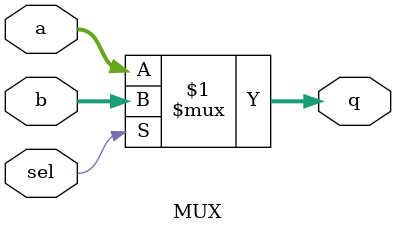
<source format=v>
module MUX(
	input [31:0] a, b,
	input sel,
	output [31:0] q
);

assign q = sel ? b : a;

endmodule


</source>
